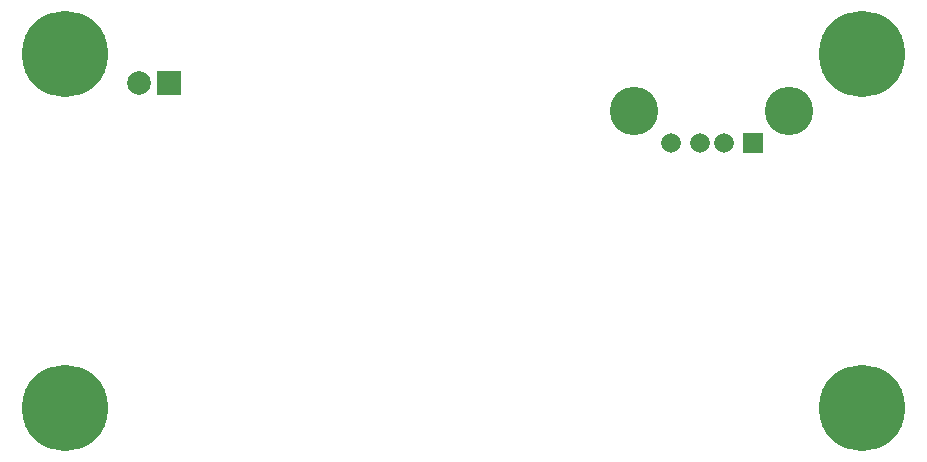
<source format=gbs>
G04*
G04 #@! TF.GenerationSoftware,Altium Limited,Altium Designer,19.1.6 (110)*
G04*
G04 Layer_Color=16711935*
%FSLAX43Y43*%
%MOMM*%
G71*
G01*
G75*
%ADD34R,2.000X2.000*%
%ADD35C,2.000*%
%ADD36C,4.100*%
%ADD37C,1.670*%
%ADD38R,1.670X1.670*%
%ADD39C,7.300*%
D34*
X64000Y92550D02*
D03*
D35*
X61500D02*
D03*
D36*
X103405Y90175D02*
D03*
X116545D02*
D03*
D37*
X106475Y87465D02*
D03*
X108975D02*
D03*
X110975D02*
D03*
D38*
X113475D02*
D03*
D39*
X55225Y95075D02*
D03*
Y65075D02*
D03*
X122725Y95075D02*
D03*
Y65075D02*
D03*
M02*

</source>
